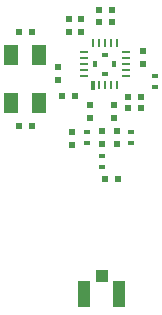
<source format=gtp>
G04 #@! TF.FileFunction,Paste,Top*
%FSLAX46Y46*%
G04 Gerber Fmt 4.6, Leading zero omitted, Abs format (unit mm)*
G04 Created by KiCad (PCBNEW 4.0.7) date 07/20/18 18:28:50*
%MOMM*%
%LPD*%
G01*
G04 APERTURE LIST*
%ADD10C,0.100000*%
%ADD11R,0.600000X0.400000*%
%ADD12R,1.200000X1.800000*%
%ADD13R,0.500000X0.600000*%
%ADD14R,0.600000X0.500000*%
%ADD15R,1.050000X2.200000*%
%ADD16R,1.000000X1.000000*%
%ADD17R,0.760000X0.280000*%
%ADD18R,0.280000X0.760000*%
%ADD19R,0.400000X0.600000*%
G04 APERTURE END LIST*
D10*
D11*
X104250000Y-111250000D03*
X104250000Y-112150000D03*
D12*
X94050000Y-104750000D03*
X94050000Y-108750000D03*
X96450000Y-108750000D03*
X96450000Y-104750000D03*
D13*
X102750000Y-108950000D03*
X102750000Y-110050000D03*
X100750000Y-110050000D03*
X100750000Y-108950000D03*
D14*
X102600000Y-101900000D03*
X101500000Y-101900000D03*
X102600000Y-100900000D03*
X101500000Y-100900000D03*
X94700000Y-102750000D03*
X95800000Y-102750000D03*
X95800000Y-110750000D03*
X94700000Y-110750000D03*
D13*
X99250000Y-111250000D03*
X99250000Y-112350000D03*
D14*
X99500000Y-108200000D03*
X98400000Y-108200000D03*
D13*
X103000000Y-112250000D03*
X103000000Y-111150000D03*
X99000000Y-101650000D03*
X99000000Y-102750000D03*
X100000000Y-101650000D03*
X100000000Y-102750000D03*
X101750000Y-112250000D03*
X101750000Y-111150000D03*
D14*
X104000000Y-108250000D03*
X105100000Y-108250000D03*
D13*
X105250000Y-105500000D03*
X105250000Y-104400000D03*
D14*
X102000000Y-115250000D03*
X103100000Y-115250000D03*
D13*
X98000000Y-106800000D03*
X98000000Y-105700000D03*
D14*
X104000000Y-109250000D03*
X105100000Y-109250000D03*
D11*
X100500000Y-112150000D03*
X100500000Y-111250000D03*
X101750000Y-113300000D03*
X101750000Y-114200000D03*
D15*
X100275000Y-125000000D03*
X103225000Y-125000000D03*
D16*
X101750000Y-123400000D03*
D11*
X106250000Y-106500000D03*
X106250000Y-107400000D03*
D17*
X100220000Y-106500000D03*
X100220000Y-106000000D03*
X100220000Y-105500000D03*
X100220000Y-105000000D03*
X100220000Y-104500000D03*
D18*
X101000000Y-103720000D03*
X102500000Y-103720000D03*
X101500000Y-103720000D03*
X103000000Y-103720000D03*
D10*
G36*
X100860000Y-107660000D02*
X100860000Y-106900000D01*
X101140000Y-106900000D01*
X101140000Y-107660000D01*
X100860000Y-107660000D01*
X100860000Y-107660000D01*
G37*
D18*
X101500000Y-107280000D03*
X102000000Y-107280000D03*
X102500000Y-107280000D03*
X103000000Y-107280000D03*
D17*
X103780000Y-106500000D03*
X103780000Y-106000000D03*
X103780000Y-105500000D03*
X103780000Y-105000000D03*
X103780000Y-104500000D03*
D18*
X102000000Y-103720000D03*
D11*
X102000000Y-106300000D03*
X102000000Y-104700000D03*
D19*
X102800000Y-105500000D03*
X101200000Y-105500000D03*
M02*

</source>
